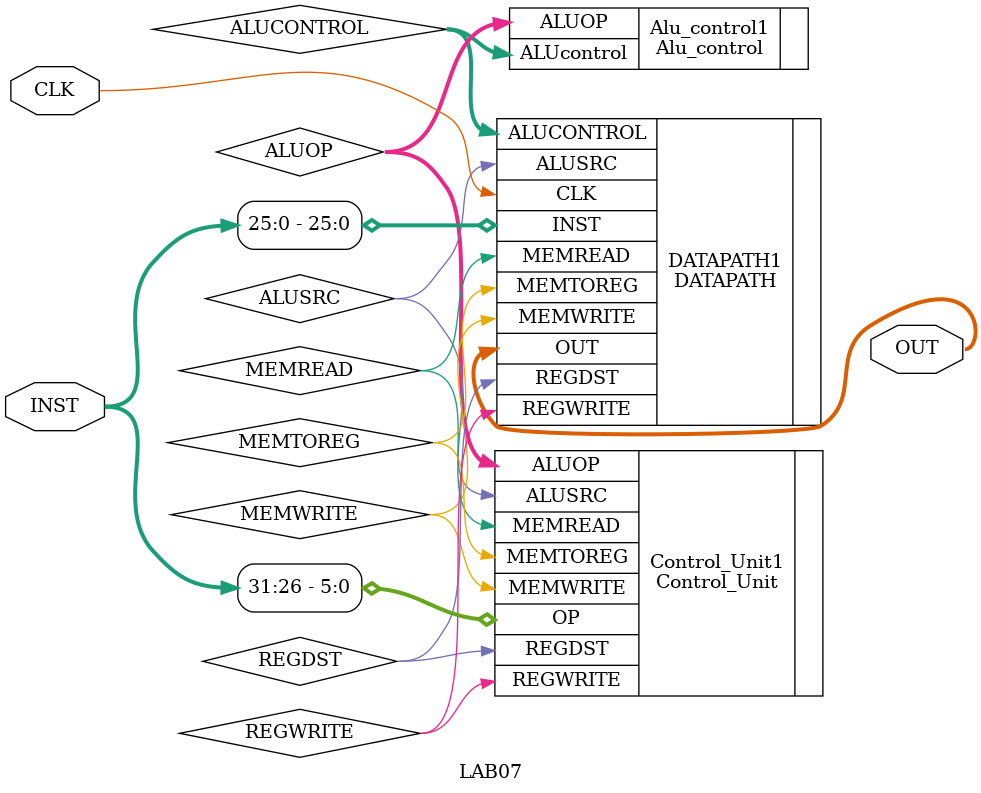
<source format=v>
module LAB07(INST,CLK,OUT);//,REGDST,ALUSRC,MEMWRITE,MEMREAD,MEMTOREG,REGWRITE);

input [31:0] INST;
input CLK;
output [31:0] OUT;

 wire REGDST,ALUSRC,MEMWRITE,MEMREAD,MEMTOREG,REGWRITE;
 wire [1:0] ALUOP;
 wire [2:0] ALUCONTROL;


DATAPATH DATAPATH1(.CLK(CLK),.INST(INST[25:0]),.REGDST(REGDST),.ALUSRC(ALUSRC),.ALUCONTROL(ALUCONTROL),.MEMWRITE(MEMWRITE),.MEMREAD(MEMREAD),.MEMTOREG(MEMTOREG),.OUT(OUT),.REGWRITE(REGWRITE));

Control_Unit Control_Unit1(.OP(INST[31:26]),.REGDST(REGDST),.MEMREAD(MEMREAD),.MEMWRITE(MEMWRITE),.MEMTOREG(MEMTOREG),.ALUOP(ALUOP),.ALUSRC(ALUSRC),.REGWRITE(REGWRITE));
Alu_control Alu_control1(.ALUOP(ALUOP),.ALUcontrol(ALUCONTROL));


endmodule
//000001_00000_00001_00010_00000000000 add $2,$1,$0
// thanh ghi $2 = 2 
//000001_00000_00010_00011_00000000000 add $3,$1,$2


</source>
